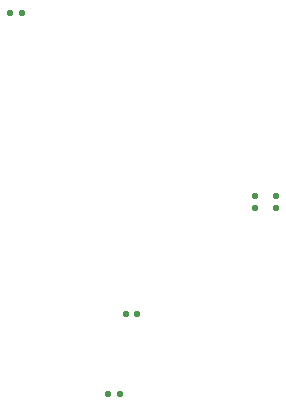
<source format=gbr>
%TF.GenerationSoftware,Altium Limited,Altium Designer,22.7.1 (60)*%
G04 Layer_Color=128*
%FSLAX45Y45*%
%MOMM*%
%TF.SameCoordinates,ACC7CE07-661A-46B9-B338-6EC4A6F7B09F*%
%TF.FilePolarity,Positive*%
%TF.FileFunction,Paste,Bot*%
%TF.Part,Single*%
G01*
G75*
%TA.AperFunction,TestPad*%
G04:AMPARAMS|DCode=60|XSize=0.5mm|YSize=0.5mm|CornerRadius=0.0875mm|HoleSize=0mm|Usage=FLASHONLY|Rotation=270.000|XOffset=0mm|YOffset=0mm|HoleType=Round|Shape=RoundedRectangle|*
%AMROUNDEDRECTD60*
21,1,0.50000,0.32500,0,0,270.0*
21,1,0.32500,0.50000,0,0,270.0*
1,1,0.17500,-0.16250,-0.16250*
1,1,0.17500,-0.16250,0.16250*
1,1,0.17500,0.16250,0.16250*
1,1,0.17500,0.16250,-0.16250*
%
%ADD60ROUNDEDRECTD60*%
G04:AMPARAMS|DCode=61|XSize=0.5mm|YSize=0.5mm|CornerRadius=0.0875mm|HoleSize=0mm|Usage=FLASHONLY|Rotation=0.000|XOffset=0mm|YOffset=0mm|HoleType=Round|Shape=RoundedRectangle|*
%AMROUNDEDRECTD61*
21,1,0.50000,0.32500,0,0,0.0*
21,1,0.32500,0.50000,0,0,0.0*
1,1,0.17500,0.16250,-0.16250*
1,1,0.17500,-0.16250,-0.16250*
1,1,0.17500,-0.16250,0.16250*
1,1,0.17500,0.16250,0.16250*
%
%ADD61ROUNDEDRECTD61*%
D60*
X4275000Y2425000D02*
D03*
Y2525000D02*
D03*
X4450000Y2425000D02*
D03*
Y2525000D02*
D03*
D61*
X3125000Y850000D02*
D03*
X3025000D02*
D03*
X2200000Y4075000D02*
D03*
X2300000D02*
D03*
X3275000Y1525000D02*
D03*
X3175000D02*
D03*
%TF.MD5,01df8b88585805fdfe6f38a5120b2ac7*%
M02*

</source>
